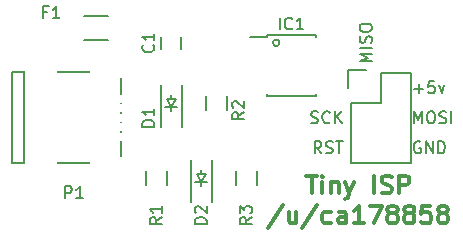
<source format=gto>
G04 #@! TF.FileFunction,Legend,Top*
%FSLAX46Y46*%
G04 Gerber Fmt 4.6, Leading zero omitted, Abs format (unit mm)*
G04 Created by KiCad (PCBNEW 4.0.3-stable) date Thursday, December 22, 2016 'PMt' 07:32:28 PM*
%MOMM*%
%LPD*%
G01*
G04 APERTURE LIST*
%ADD10C,0.100000*%
%ADD11C,0.300000*%
%ADD12C,0.200000*%
%ADD13C,0.150000*%
%ADD14R,1.453200X1.703200*%
%ADD15R,1.423200X1.113200*%
%ADD16R,2.203200X1.803200*%
%ADD17R,1.753200X0.803200*%
%ADD18R,2.504440X0.703580*%
%ADD19R,2.702560X2.202180*%
%ADD20C,1.102360*%
%ADD21R,1.503200X1.703200*%
%ADD22R,1.603200X1.603200*%
%ADD23C,1.603200*%
G04 APERTURE END LIST*
D10*
D11*
X96536429Y-55693571D02*
X97393572Y-55693571D01*
X96965001Y-57193571D02*
X96965001Y-55693571D01*
X97893572Y-57193571D02*
X97893572Y-56193571D01*
X97893572Y-55693571D02*
X97822143Y-55765000D01*
X97893572Y-55836429D01*
X97965000Y-55765000D01*
X97893572Y-55693571D01*
X97893572Y-55836429D01*
X98607858Y-56193571D02*
X98607858Y-57193571D01*
X98607858Y-56336429D02*
X98679286Y-56265000D01*
X98822144Y-56193571D01*
X99036429Y-56193571D01*
X99179286Y-56265000D01*
X99250715Y-56407857D01*
X99250715Y-57193571D01*
X99822144Y-56193571D02*
X100179287Y-57193571D01*
X100536429Y-56193571D02*
X100179287Y-57193571D01*
X100036429Y-57550714D01*
X99965001Y-57622143D01*
X99822144Y-57693571D01*
X102250715Y-57193571D02*
X102250715Y-55693571D01*
X102893572Y-57122143D02*
X103107858Y-57193571D01*
X103465001Y-57193571D01*
X103607858Y-57122143D01*
X103679287Y-57050714D01*
X103750715Y-56907857D01*
X103750715Y-56765000D01*
X103679287Y-56622143D01*
X103607858Y-56550714D01*
X103465001Y-56479286D01*
X103179287Y-56407857D01*
X103036429Y-56336429D01*
X102965001Y-56265000D01*
X102893572Y-56122143D01*
X102893572Y-55979286D01*
X102965001Y-55836429D01*
X103036429Y-55765000D01*
X103179287Y-55693571D01*
X103536429Y-55693571D01*
X103750715Y-55765000D01*
X104393572Y-57193571D02*
X104393572Y-55693571D01*
X104965000Y-55693571D01*
X105107858Y-55765000D01*
X105179286Y-55836429D01*
X105250715Y-55979286D01*
X105250715Y-56193571D01*
X105179286Y-56336429D01*
X105107858Y-56407857D01*
X104965000Y-56479286D01*
X104393572Y-56479286D01*
X94536429Y-58162143D02*
X93250715Y-60090714D01*
X95679287Y-58733571D02*
X95679287Y-59733571D01*
X95036430Y-58733571D02*
X95036430Y-59519286D01*
X95107858Y-59662143D01*
X95250716Y-59733571D01*
X95465001Y-59733571D01*
X95607858Y-59662143D01*
X95679287Y-59590714D01*
X97465001Y-58162143D02*
X96179287Y-60090714D01*
X98607859Y-59662143D02*
X98465002Y-59733571D01*
X98179288Y-59733571D01*
X98036430Y-59662143D01*
X97965002Y-59590714D01*
X97893573Y-59447857D01*
X97893573Y-59019286D01*
X97965002Y-58876429D01*
X98036430Y-58805000D01*
X98179288Y-58733571D01*
X98465002Y-58733571D01*
X98607859Y-58805000D01*
X99893573Y-59733571D02*
X99893573Y-58947857D01*
X99822144Y-58805000D01*
X99679287Y-58733571D01*
X99393573Y-58733571D01*
X99250716Y-58805000D01*
X99893573Y-59662143D02*
X99750716Y-59733571D01*
X99393573Y-59733571D01*
X99250716Y-59662143D01*
X99179287Y-59519286D01*
X99179287Y-59376429D01*
X99250716Y-59233571D01*
X99393573Y-59162143D01*
X99750716Y-59162143D01*
X99893573Y-59090714D01*
X101393573Y-59733571D02*
X100536430Y-59733571D01*
X100965002Y-59733571D02*
X100965002Y-58233571D01*
X100822145Y-58447857D01*
X100679287Y-58590714D01*
X100536430Y-58662143D01*
X101893573Y-58233571D02*
X102893573Y-58233571D01*
X102250716Y-59733571D01*
X103679287Y-58876429D02*
X103536429Y-58805000D01*
X103465001Y-58733571D01*
X103393572Y-58590714D01*
X103393572Y-58519286D01*
X103465001Y-58376429D01*
X103536429Y-58305000D01*
X103679287Y-58233571D01*
X103965001Y-58233571D01*
X104107858Y-58305000D01*
X104179287Y-58376429D01*
X104250715Y-58519286D01*
X104250715Y-58590714D01*
X104179287Y-58733571D01*
X104107858Y-58805000D01*
X103965001Y-58876429D01*
X103679287Y-58876429D01*
X103536429Y-58947857D01*
X103465001Y-59019286D01*
X103393572Y-59162143D01*
X103393572Y-59447857D01*
X103465001Y-59590714D01*
X103536429Y-59662143D01*
X103679287Y-59733571D01*
X103965001Y-59733571D01*
X104107858Y-59662143D01*
X104179287Y-59590714D01*
X104250715Y-59447857D01*
X104250715Y-59162143D01*
X104179287Y-59019286D01*
X104107858Y-58947857D01*
X103965001Y-58876429D01*
X105107858Y-58876429D02*
X104965000Y-58805000D01*
X104893572Y-58733571D01*
X104822143Y-58590714D01*
X104822143Y-58519286D01*
X104893572Y-58376429D01*
X104965000Y-58305000D01*
X105107858Y-58233571D01*
X105393572Y-58233571D01*
X105536429Y-58305000D01*
X105607858Y-58376429D01*
X105679286Y-58519286D01*
X105679286Y-58590714D01*
X105607858Y-58733571D01*
X105536429Y-58805000D01*
X105393572Y-58876429D01*
X105107858Y-58876429D01*
X104965000Y-58947857D01*
X104893572Y-59019286D01*
X104822143Y-59162143D01*
X104822143Y-59447857D01*
X104893572Y-59590714D01*
X104965000Y-59662143D01*
X105107858Y-59733571D01*
X105393572Y-59733571D01*
X105536429Y-59662143D01*
X105607858Y-59590714D01*
X105679286Y-59447857D01*
X105679286Y-59162143D01*
X105607858Y-59019286D01*
X105536429Y-58947857D01*
X105393572Y-58876429D01*
X107036429Y-58233571D02*
X106322143Y-58233571D01*
X106250714Y-58947857D01*
X106322143Y-58876429D01*
X106465000Y-58805000D01*
X106822143Y-58805000D01*
X106965000Y-58876429D01*
X107036429Y-58947857D01*
X107107857Y-59090714D01*
X107107857Y-59447857D01*
X107036429Y-59590714D01*
X106965000Y-59662143D01*
X106822143Y-59733571D01*
X106465000Y-59733571D01*
X106322143Y-59662143D01*
X106250714Y-59590714D01*
X107965000Y-58876429D02*
X107822142Y-58805000D01*
X107750714Y-58733571D01*
X107679285Y-58590714D01*
X107679285Y-58519286D01*
X107750714Y-58376429D01*
X107822142Y-58305000D01*
X107965000Y-58233571D01*
X108250714Y-58233571D01*
X108393571Y-58305000D01*
X108465000Y-58376429D01*
X108536428Y-58519286D01*
X108536428Y-58590714D01*
X108465000Y-58733571D01*
X108393571Y-58805000D01*
X108250714Y-58876429D01*
X107965000Y-58876429D01*
X107822142Y-58947857D01*
X107750714Y-59019286D01*
X107679285Y-59162143D01*
X107679285Y-59447857D01*
X107750714Y-59590714D01*
X107822142Y-59662143D01*
X107965000Y-59733571D01*
X108250714Y-59733571D01*
X108393571Y-59662143D01*
X108465000Y-59590714D01*
X108536428Y-59447857D01*
X108536428Y-59162143D01*
X108465000Y-59019286D01*
X108393571Y-58947857D01*
X108250714Y-58876429D01*
D12*
X105648095Y-51252381D02*
X105648095Y-50252381D01*
X105981429Y-50966667D01*
X106314762Y-50252381D01*
X106314762Y-51252381D01*
X106981428Y-50252381D02*
X107171905Y-50252381D01*
X107267143Y-50300000D01*
X107362381Y-50395238D01*
X107410000Y-50585714D01*
X107410000Y-50919048D01*
X107362381Y-51109524D01*
X107267143Y-51204762D01*
X107171905Y-51252381D01*
X106981428Y-51252381D01*
X106886190Y-51204762D01*
X106790952Y-51109524D01*
X106743333Y-50919048D01*
X106743333Y-50585714D01*
X106790952Y-50395238D01*
X106886190Y-50300000D01*
X106981428Y-50252381D01*
X107790952Y-51204762D02*
X107933809Y-51252381D01*
X108171905Y-51252381D01*
X108267143Y-51204762D01*
X108314762Y-51157143D01*
X108362381Y-51061905D01*
X108362381Y-50966667D01*
X108314762Y-50871429D01*
X108267143Y-50823810D01*
X108171905Y-50776190D01*
X107981428Y-50728571D01*
X107886190Y-50680952D01*
X107838571Y-50633333D01*
X107790952Y-50538095D01*
X107790952Y-50442857D01*
X107838571Y-50347619D01*
X107886190Y-50300000D01*
X107981428Y-50252381D01*
X108219524Y-50252381D01*
X108362381Y-50300000D01*
X108790952Y-51252381D02*
X108790952Y-50252381D01*
X106171905Y-52840000D02*
X106076667Y-52792381D01*
X105933810Y-52792381D01*
X105790952Y-52840000D01*
X105695714Y-52935238D01*
X105648095Y-53030476D01*
X105600476Y-53220952D01*
X105600476Y-53363810D01*
X105648095Y-53554286D01*
X105695714Y-53649524D01*
X105790952Y-53744762D01*
X105933810Y-53792381D01*
X106029048Y-53792381D01*
X106171905Y-53744762D01*
X106219524Y-53697143D01*
X106219524Y-53363810D01*
X106029048Y-53363810D01*
X106648095Y-53792381D02*
X106648095Y-52792381D01*
X107219524Y-53792381D01*
X107219524Y-52792381D01*
X107695714Y-53792381D02*
X107695714Y-52792381D01*
X107933809Y-52792381D01*
X108076667Y-52840000D01*
X108171905Y-52935238D01*
X108219524Y-53030476D01*
X108267143Y-53220952D01*
X108267143Y-53363810D01*
X108219524Y-53554286D01*
X108171905Y-53649524D01*
X108076667Y-53744762D01*
X107933809Y-53792381D01*
X107695714Y-53792381D01*
X97790238Y-53792381D02*
X97456904Y-53316190D01*
X97218809Y-53792381D02*
X97218809Y-52792381D01*
X97599762Y-52792381D01*
X97695000Y-52840000D01*
X97742619Y-52887619D01*
X97790238Y-52982857D01*
X97790238Y-53125714D01*
X97742619Y-53220952D01*
X97695000Y-53268571D01*
X97599762Y-53316190D01*
X97218809Y-53316190D01*
X98171190Y-53744762D02*
X98314047Y-53792381D01*
X98552143Y-53792381D01*
X98647381Y-53744762D01*
X98695000Y-53697143D01*
X98742619Y-53601905D01*
X98742619Y-53506667D01*
X98695000Y-53411429D01*
X98647381Y-53363810D01*
X98552143Y-53316190D01*
X98361666Y-53268571D01*
X98266428Y-53220952D01*
X98218809Y-53173333D01*
X98171190Y-53078095D01*
X98171190Y-52982857D01*
X98218809Y-52887619D01*
X98266428Y-52840000D01*
X98361666Y-52792381D01*
X98599762Y-52792381D01*
X98742619Y-52840000D01*
X99028333Y-52792381D02*
X99599762Y-52792381D01*
X99314047Y-53792381D02*
X99314047Y-52792381D01*
X96933095Y-51204762D02*
X97075952Y-51252381D01*
X97314048Y-51252381D01*
X97409286Y-51204762D01*
X97456905Y-51157143D01*
X97504524Y-51061905D01*
X97504524Y-50966667D01*
X97456905Y-50871429D01*
X97409286Y-50823810D01*
X97314048Y-50776190D01*
X97123571Y-50728571D01*
X97028333Y-50680952D01*
X96980714Y-50633333D01*
X96933095Y-50538095D01*
X96933095Y-50442857D01*
X96980714Y-50347619D01*
X97028333Y-50300000D01*
X97123571Y-50252381D01*
X97361667Y-50252381D01*
X97504524Y-50300000D01*
X98504524Y-51157143D02*
X98456905Y-51204762D01*
X98314048Y-51252381D01*
X98218810Y-51252381D01*
X98075952Y-51204762D01*
X97980714Y-51109524D01*
X97933095Y-51014286D01*
X97885476Y-50823810D01*
X97885476Y-50680952D01*
X97933095Y-50490476D01*
X97980714Y-50395238D01*
X98075952Y-50300000D01*
X98218810Y-50252381D01*
X98314048Y-50252381D01*
X98456905Y-50300000D01*
X98504524Y-50347619D01*
X98933095Y-51252381D02*
X98933095Y-50252381D01*
X99504524Y-51252381D02*
X99075952Y-50680952D01*
X99504524Y-50252381D02*
X98933095Y-50823810D01*
X105648095Y-48331429D02*
X106410000Y-48331429D01*
X106029048Y-48712381D02*
X106029048Y-47950476D01*
X107362381Y-47712381D02*
X106886190Y-47712381D01*
X106838571Y-48188571D01*
X106886190Y-48140952D01*
X106981428Y-48093333D01*
X107219524Y-48093333D01*
X107314762Y-48140952D01*
X107362381Y-48188571D01*
X107410000Y-48283810D01*
X107410000Y-48521905D01*
X107362381Y-48617143D01*
X107314762Y-48664762D01*
X107219524Y-48712381D01*
X106981428Y-48712381D01*
X106886190Y-48664762D01*
X106838571Y-48617143D01*
X107743333Y-48045714D02*
X107981428Y-48712381D01*
X108219524Y-48045714D01*
X102052381Y-46021428D02*
X101052381Y-46021428D01*
X101766667Y-45688094D01*
X101052381Y-45354761D01*
X102052381Y-45354761D01*
X102052381Y-44878571D02*
X101052381Y-44878571D01*
X102004762Y-44450000D02*
X102052381Y-44307143D01*
X102052381Y-44069047D01*
X102004762Y-43973809D01*
X101957143Y-43926190D01*
X101861905Y-43878571D01*
X101766667Y-43878571D01*
X101671429Y-43926190D01*
X101623810Y-43973809D01*
X101576190Y-44069047D01*
X101528571Y-44259524D01*
X101480952Y-44354762D01*
X101433333Y-44402381D01*
X101338095Y-44450000D01*
X101242857Y-44450000D01*
X101147619Y-44402381D01*
X101100000Y-44354762D01*
X101052381Y-44259524D01*
X101052381Y-44021428D01*
X101100000Y-43878571D01*
X101052381Y-43259524D02*
X101052381Y-43069047D01*
X101100000Y-42973809D01*
X101195238Y-42878571D01*
X101385714Y-42830952D01*
X101719048Y-42830952D01*
X101909524Y-42878571D01*
X102004762Y-42973809D01*
X102052381Y-43069047D01*
X102052381Y-43259524D01*
X102004762Y-43354762D01*
X101909524Y-43450000D01*
X101719048Y-43497619D01*
X101385714Y-43497619D01*
X101195238Y-43450000D01*
X101100000Y-43354762D01*
X101052381Y-43259524D01*
X94263981Y-44450000D02*
G75*
G03X94263981Y-44450000I-283981J0D01*
G01*
D13*
X85940000Y-44950000D02*
X85940000Y-43950000D01*
X84240000Y-43950000D02*
X84240000Y-44950000D01*
X85090000Y-49212500D02*
X85090000Y-48831500D01*
X85090000Y-50228500D02*
X85090000Y-49847500D01*
X85090000Y-49847500D02*
X84709000Y-49212500D01*
X84709000Y-49212500D02*
X85471000Y-49212500D01*
X85471000Y-49212500D02*
X85090000Y-49847500D01*
X84582000Y-49847500D02*
X85598000Y-49847500D01*
X85990000Y-51530000D02*
X85990000Y-47990000D01*
X84190000Y-51530000D02*
X84190000Y-47990000D01*
X87630000Y-55562500D02*
X87630000Y-55181500D01*
X87630000Y-56578500D02*
X87630000Y-56197500D01*
X87630000Y-56197500D02*
X87249000Y-55562500D01*
X87249000Y-55562500D02*
X88011000Y-55562500D01*
X88011000Y-55562500D02*
X87630000Y-56197500D01*
X87122000Y-56197500D02*
X88138000Y-56197500D01*
X88530000Y-57880000D02*
X88530000Y-54340000D01*
X86730000Y-57880000D02*
X86730000Y-54340000D01*
X77740000Y-44205000D02*
X79740000Y-44205000D01*
X79740000Y-42155000D02*
X77740000Y-42155000D01*
X93175000Y-43780000D02*
X93175000Y-43925000D01*
X97325000Y-43780000D02*
X97325000Y-43925000D01*
X97325000Y-48930000D02*
X97325000Y-48785000D01*
X93175000Y-48930000D02*
X93175000Y-48785000D01*
X93175000Y-43780000D02*
X97325000Y-43780000D01*
X93175000Y-48930000D02*
X97325000Y-48930000D01*
X93175000Y-43925000D02*
X91775000Y-43925000D01*
X72600820Y-46949360D02*
X72600820Y-54650640D01*
X71600060Y-46949360D02*
X71600060Y-54650640D01*
X71600060Y-54650640D02*
X80799940Y-54650640D01*
X80799940Y-54650640D02*
X80799940Y-46949360D01*
X80799940Y-46949360D02*
X71600060Y-46949360D01*
X82945000Y-56480000D02*
X82945000Y-55280000D01*
X84695000Y-55280000D02*
X84695000Y-56480000D01*
X88025000Y-50130000D02*
X88025000Y-48930000D01*
X89775000Y-48930000D02*
X89775000Y-50130000D01*
X90565000Y-56480000D02*
X90565000Y-55280000D01*
X92315000Y-55280000D02*
X92315000Y-56480000D01*
X100330000Y-49530000D02*
X100330000Y-54610000D01*
X100050000Y-46710000D02*
X101600000Y-46710000D01*
X102870000Y-46990000D02*
X102870000Y-49530000D01*
X102870000Y-49530000D02*
X100330000Y-49530000D01*
X100330000Y-54610000D02*
X105410000Y-54610000D01*
X105410000Y-54610000D02*
X105410000Y-49530000D01*
X100050000Y-46710000D02*
X100050000Y-48260000D01*
X105410000Y-46990000D02*
X102870000Y-46990000D01*
X105410000Y-49530000D02*
X105410000Y-46990000D01*
X83542143Y-44616666D02*
X83589762Y-44664285D01*
X83637381Y-44807142D01*
X83637381Y-44902380D01*
X83589762Y-45045238D01*
X83494524Y-45140476D01*
X83399286Y-45188095D01*
X83208810Y-45235714D01*
X83065952Y-45235714D01*
X82875476Y-45188095D01*
X82780238Y-45140476D01*
X82685000Y-45045238D01*
X82637381Y-44902380D01*
X82637381Y-44807142D01*
X82685000Y-44664285D01*
X82732619Y-44616666D01*
X83637381Y-43664285D02*
X83637381Y-44235714D01*
X83637381Y-43950000D02*
X82637381Y-43950000D01*
X82780238Y-44045238D01*
X82875476Y-44140476D01*
X82923095Y-44235714D01*
X83637381Y-51538095D02*
X82637381Y-51538095D01*
X82637381Y-51300000D01*
X82685000Y-51157142D01*
X82780238Y-51061904D01*
X82875476Y-51014285D01*
X83065952Y-50966666D01*
X83208810Y-50966666D01*
X83399286Y-51014285D01*
X83494524Y-51061904D01*
X83589762Y-51157142D01*
X83637381Y-51300000D01*
X83637381Y-51538095D01*
X83637381Y-50014285D02*
X83637381Y-50585714D01*
X83637381Y-50300000D02*
X82637381Y-50300000D01*
X82780238Y-50395238D01*
X82875476Y-50490476D01*
X82923095Y-50585714D01*
X88082381Y-59793095D02*
X87082381Y-59793095D01*
X87082381Y-59555000D01*
X87130000Y-59412142D01*
X87225238Y-59316904D01*
X87320476Y-59269285D01*
X87510952Y-59221666D01*
X87653810Y-59221666D01*
X87844286Y-59269285D01*
X87939524Y-59316904D01*
X88034762Y-59412142D01*
X88082381Y-59555000D01*
X88082381Y-59793095D01*
X87177619Y-58840714D02*
X87130000Y-58793095D01*
X87082381Y-58697857D01*
X87082381Y-58459761D01*
X87130000Y-58364523D01*
X87177619Y-58316904D01*
X87272857Y-58269285D01*
X87368095Y-58269285D01*
X87510952Y-58316904D01*
X88082381Y-58888333D01*
X88082381Y-58269285D01*
X74596667Y-41838571D02*
X74263333Y-41838571D01*
X74263333Y-42362381D02*
X74263333Y-41362381D01*
X74739524Y-41362381D01*
X75644286Y-42362381D02*
X75072857Y-42362381D01*
X75358571Y-42362381D02*
X75358571Y-41362381D01*
X75263333Y-41505238D01*
X75168095Y-41600476D01*
X75072857Y-41648095D01*
X94273810Y-43307381D02*
X94273810Y-42307381D01*
X95321429Y-43212143D02*
X95273810Y-43259762D01*
X95130953Y-43307381D01*
X95035715Y-43307381D01*
X94892857Y-43259762D01*
X94797619Y-43164524D01*
X94750000Y-43069286D01*
X94702381Y-42878810D01*
X94702381Y-42735952D01*
X94750000Y-42545476D01*
X94797619Y-42450238D01*
X94892857Y-42355000D01*
X95035715Y-42307381D01*
X95130953Y-42307381D01*
X95273810Y-42355000D01*
X95321429Y-42402619D01*
X96273810Y-43307381D02*
X95702381Y-43307381D01*
X95988095Y-43307381D02*
X95988095Y-42307381D01*
X95892857Y-42450238D01*
X95797619Y-42545476D01*
X95702381Y-42593095D01*
X76096905Y-57602381D02*
X76096905Y-56602381D01*
X76477858Y-56602381D01*
X76573096Y-56650000D01*
X76620715Y-56697619D01*
X76668334Y-56792857D01*
X76668334Y-56935714D01*
X76620715Y-57030952D01*
X76573096Y-57078571D01*
X76477858Y-57126190D01*
X76096905Y-57126190D01*
X77620715Y-57602381D02*
X77049286Y-57602381D01*
X77335000Y-57602381D02*
X77335000Y-56602381D01*
X77239762Y-56745238D01*
X77144524Y-56840476D01*
X77049286Y-56888095D01*
X84272381Y-59221666D02*
X83796190Y-59555000D01*
X84272381Y-59793095D02*
X83272381Y-59793095D01*
X83272381Y-59412142D01*
X83320000Y-59316904D01*
X83367619Y-59269285D01*
X83462857Y-59221666D01*
X83605714Y-59221666D01*
X83700952Y-59269285D01*
X83748571Y-59316904D01*
X83796190Y-59412142D01*
X83796190Y-59793095D01*
X84272381Y-58269285D02*
X84272381Y-58840714D01*
X84272381Y-58555000D02*
X83272381Y-58555000D01*
X83415238Y-58650238D01*
X83510476Y-58745476D01*
X83558095Y-58840714D01*
X91257381Y-50331666D02*
X90781190Y-50665000D01*
X91257381Y-50903095D02*
X90257381Y-50903095D01*
X90257381Y-50522142D01*
X90305000Y-50426904D01*
X90352619Y-50379285D01*
X90447857Y-50331666D01*
X90590714Y-50331666D01*
X90685952Y-50379285D01*
X90733571Y-50426904D01*
X90781190Y-50522142D01*
X90781190Y-50903095D01*
X90352619Y-49950714D02*
X90305000Y-49903095D01*
X90257381Y-49807857D01*
X90257381Y-49569761D01*
X90305000Y-49474523D01*
X90352619Y-49426904D01*
X90447857Y-49379285D01*
X90543095Y-49379285D01*
X90685952Y-49426904D01*
X91257381Y-49998333D01*
X91257381Y-49379285D01*
X91892381Y-59221666D02*
X91416190Y-59555000D01*
X91892381Y-59793095D02*
X90892381Y-59793095D01*
X90892381Y-59412142D01*
X90940000Y-59316904D01*
X90987619Y-59269285D01*
X91082857Y-59221666D01*
X91225714Y-59221666D01*
X91320952Y-59269285D01*
X91368571Y-59316904D01*
X91416190Y-59412142D01*
X91416190Y-59793095D01*
X90892381Y-58888333D02*
X90892381Y-58269285D01*
X91273333Y-58602619D01*
X91273333Y-58459761D01*
X91320952Y-58364523D01*
X91368571Y-58316904D01*
X91463810Y-58269285D01*
X91701905Y-58269285D01*
X91797143Y-58316904D01*
X91844762Y-58364523D01*
X91892381Y-58459761D01*
X91892381Y-58745476D01*
X91844762Y-58840714D01*
X91797143Y-58888333D01*
%LPC*%
D14*
X85090000Y-43200000D03*
X85090000Y-45700000D03*
D15*
X85090000Y-51165000D03*
X85090000Y-47895000D03*
X87630000Y-57515000D03*
X87630000Y-54245000D03*
D16*
X80740000Y-43180000D03*
X76740000Y-43180000D03*
D17*
X92550000Y-44450000D03*
X92550000Y-45720000D03*
X92550000Y-46990000D03*
X92550000Y-48260000D03*
X97950000Y-48260000D03*
X97950000Y-46990000D03*
X97950000Y-45720000D03*
X97950000Y-44450000D03*
D18*
X79649320Y-49199800D03*
X79649320Y-49999900D03*
X79649320Y-50800000D03*
X79649320Y-51600100D03*
X79649320Y-52400200D03*
D19*
X79550260Y-46349920D03*
X74051160Y-46349920D03*
X79550260Y-55250080D03*
X74051160Y-55250080D03*
D20*
X77050900Y-48600360D03*
X77050900Y-52999640D03*
D21*
X83820000Y-54530000D03*
X83820000Y-57230000D03*
X88900000Y-48180000D03*
X88900000Y-50880000D03*
X91440000Y-54530000D03*
X91440000Y-57230000D03*
D22*
X101600000Y-48260000D03*
D23*
X104140000Y-48260000D03*
X101600000Y-50800000D03*
X104140000Y-50800000D03*
X101600000Y-53340000D03*
X104140000Y-53340000D03*
M02*

</source>
